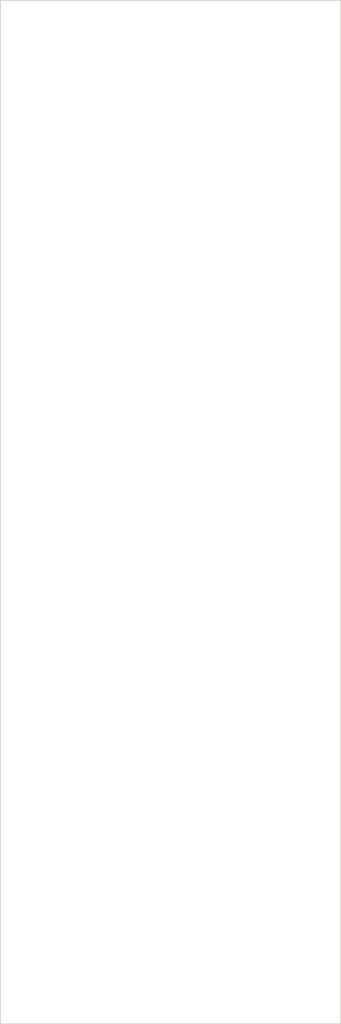
<source format=kicad_pcb>
(kicad_pcb (version 20240108) (generator "pcbnew") (generator_version "8.0")
  (layers (0 "F.Cu" signal) (31 "B.Cu" signal) (34 "B.Paste" user) (35 "F.Paste" user) (36 "B.SilkS" user "B.Silkscreen") (37 "F.SilkS" user "F.Silkscreen") (38 "B.Mask" user) (39 "F.Mask" user) (44 "Edge.Cuts" user))
  (net 0 "")
  (footprint "MountingHole:MountingHole_3.2mm_M3" (layer "F.Cu") (at 58 142)
    (property "Reference" "REF**" (hide yes))
    (property "Value" "MountingHole_3.2mm_M3" (hide yes))
    (pad "" np_thru_hole circle (at 0 0) (size 3.2 3.2) (drill 3.2) (layers "F&B.Cu" "*.Mask"))
  )
  (footprint "MountingHole:MountingHole_3.2mm_M3" (layer "F.Cu") (at 58 24)
    (property "Reference" "REF**" (hide yes))
    (property "Value" "MountingHole_3.2mm_M3" (hide yes))
    (pad "" np_thru_hole circle (at 0 0) (size 3.2 3.2) (drill 3.2) (layers "F&B.Cu" "*.Mask"))
  )
  (footprint "MountingHole:MountingHole_3.2mm_M3" (layer "F.Cu") (at 24 24)
    (property "Reference" "REF**" (hide yes))
    (property "Value" "MountingHole_3.2mm_M3" (hide yes))
    (pad "" np_thru_hole circle (at 0 0) (size 3.2 3.2) (drill 3.2) (layers "*.Cu" "*.Mask"))
  )
  (footprint "MountingHole:MountingHole_3.2mm_M3" (layer "F.Cu") (at 24 142)
    (property "Reference" "REF**" (hide yes))
    (property "Value" "MountingHole_3.2mm_M3" (hide yes))
    (pad "" np_thru_hole circle (at 0 0) (size 3.2 3.2) (drill 3.2) (layers "F&B.Cu" "*.Mask"))
  )
  (gr_rect (start 20 20) (end 62 146) (stroke (width 0.1)) (fill none) (layer "Edge.Cuts"))
)
</source>
